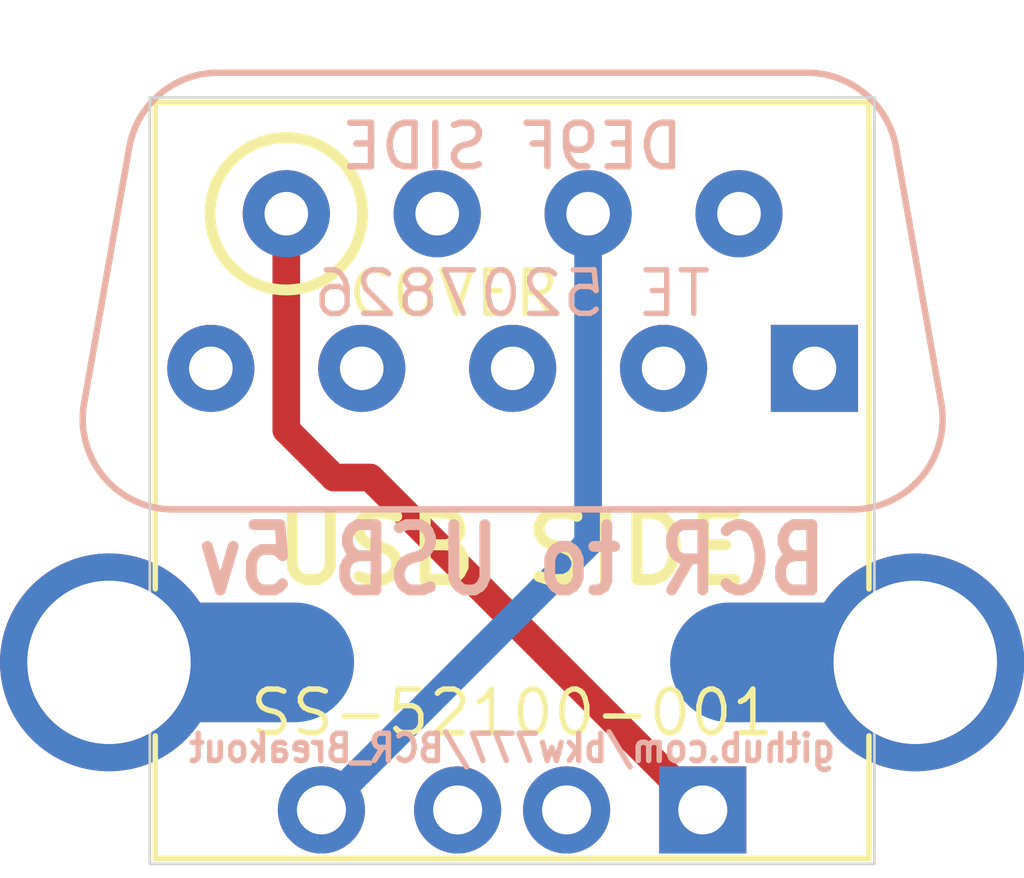
<source format=kicad_pcb>
(kicad_pcb (version 20171130) (host pcbnew 5.1.6-c6e7f7d~87~ubuntu19.10.1)

  (general
    (thickness 1.6)
    (drawings 16)
    (tracks 6)
    (zones 0)
    (modules 2)
    (nets 4)
  )

  (page A4)
  (layers
    (0 F.Cu signal)
    (31 B.Cu signal)
    (32 B.Adhes user hide)
    (33 F.Adhes user hide)
    (34 B.Paste user hide)
    (35 F.Paste user hide)
    (36 B.SilkS user)
    (37 F.SilkS user)
    (38 B.Mask user)
    (39 F.Mask user)
    (40 Dwgs.User user hide)
    (41 Cmts.User user hide)
    (42 Eco1.User user hide)
    (43 Eco2.User user hide)
    (44 Edge.Cuts user)
    (45 Margin user hide)
    (46 B.CrtYd user hide)
    (47 F.CrtYd user hide)
    (48 B.Fab user hide)
    (49 F.Fab user hide)
  )

  (setup
    (last_trace_width 0.16)
    (user_trace_width 0.5)
    (trace_clearance 0.16)
    (zone_clearance 0.508)
    (zone_45_only no)
    (trace_min 0.16)
    (via_size 0.42)
    (via_drill 0.26)
    (via_min_size 0.42)
    (via_min_drill 0.26)
    (uvia_size 0.3)
    (uvia_drill 0.1)
    (uvias_allowed no)
    (uvia_min_size 0.2)
    (uvia_min_drill 0.1)
    (edge_width 0.05)
    (segment_width 0.2)
    (pcb_text_width 0.3)
    (pcb_text_size 1.5 1.5)
    (mod_edge_width 0.1016)
    (mod_text_size 1 1)
    (mod_text_width 0.15)
    (pad_size 1.6 1.6)
    (pad_drill 0.8)
    (pad_to_mask_clearance 0)
    (aux_axis_origin 0 0)
    (grid_origin 127 95.758)
    (visible_elements FFFFFF7F)
    (pcbplotparams
      (layerselection 0x010fc_ffffffff)
      (usegerberextensions false)
      (usegerberattributes false)
      (usegerberadvancedattributes false)
      (creategerberjobfile false)
      (excludeedgelayer true)
      (linewidth 0.100000)
      (plotframeref false)
      (viasonmask false)
      (mode 1)
      (useauxorigin false)
      (hpglpennumber 1)
      (hpglpenspeed 20)
      (hpglpendiameter 15.000000)
      (psnegative false)
      (psa4output false)
      (plotreference true)
      (plotvalue true)
      (plotinvisibletext false)
      (padsonsilk false)
      (subtractmaskfromsilk false)
      (outputformat 1)
      (mirror false)
      (drillshape 1)
      (scaleselection 1)
      (outputdirectory ""))
  )

  (net 0 "")
  (net 1 /+5V)
  (net 2 /GND)
  (net 3 "Net-(CN2-PadSH)")

  (net_class Default "This is the default net class."
    (clearance 0.16)
    (trace_width 0.16)
    (via_dia 0.42)
    (via_drill 0.26)
    (uvia_dia 0.3)
    (uvia_drill 0.1)
    (add_net /+5V)
    (add_net /GND)
    (add_net "Net-(CN2-PadSH)")
  )

  (module 0_LOCAL:USB_A_Female_UE27AC54100_cut locked (layer F.Cu) (tedit 5F266A81) (tstamp 5F1645F9)
    (at 127 103.583 180)
    (path /5F0C3585)
    (fp_text reference CN2 (at 0 -0.889 180 unlocked) (layer F.SilkS) hide
      (effects (font (size 1 1) (thickness 0.15)))
    )
    (fp_text value UE27AC54100 (at 0 9.4 180) (layer F.Fab)
      (effects (font (size 1 1) (thickness 0.15)))
    )
    (fp_line (start -6.55 -3.6) (end 6.55 -3.6) (layer F.SilkS) (width 0.1))
    (fp_line (start 6.55 1.35) (end 6.55 10.28) (layer F.SilkS) (width 0.1))
    (fp_line (start -6.55 1.35) (end -6.55 10.28) (layer F.SilkS) (width 0.1))
    (fp_line (start -6.55 -3.6) (end -6.55 -1.35) (layer F.SilkS) (width 0.1))
    (fp_line (start -6.55 -3.6) (end 6.55 -3.6) (layer F.Fab) (width 0.1))
    (fp_line (start 6.55 -3.6) (end 6.55 10.28) (layer F.Fab) (width 0.1))
    (fp_line (start -6.55 -3.6) (end -6.55 10.28) (layer F.Fab) (width 0.1))
    (fp_line (start -6.55 10.28) (end 6.55 10.28) (layer F.Fab) (width 0.1))
    (fp_line (start 6.55 -3.6) (end 6.55 -1.35) (layer F.SilkS) (width 0.1))
    (fp_line (start 6.55 10.28) (end -6.55 10.28) (layer F.SilkS) (width 0.1))
    (fp_line (start -6.75 -3.94) (end 6.75 -3.94) (layer F.CrtYd) (width 0.05))
    (fp_line (start 6.75 -3.94) (end 6.75 10.375) (layer F.CrtYd) (width 0.05))
    (fp_line (start -6.75 -3.94) (end -6.75 10.375) (layer F.CrtYd) (width 0.05))
    (fp_line (start -6.75 10.375) (end 6.75 10.375) (layer F.CrtYd) (width 0.05))
    (fp_text user %R (at -0.025 0.975 180) (layer F.Fab)
      (effects (font (size 1 1) (thickness 0.15)))
    )
    (pad SH smd oval (at 6.8 0 180) (size 4.8 2.2) (drill (offset -1.5 0)) (layers B.Cu B.Paste B.Mask)
      (net 3 "Net-(CN2-PadSH)"))
    (pad SH smd oval (at -6.8 0 180) (size 4.8 2.2) (drill (offset 1.5 0)) (layers B.Cu B.Paste B.Mask)
      (net 3 "Net-(CN2-PadSH)"))
    (pad 4 thru_hole circle (at 3.5 -2.71 180) (size 1.6 1.6) (drill 0.9) (layers *.Cu *.Mask)
      (net 2 /GND))
    (pad 3 thru_hole circle (at 1 -2.71 180) (size 1.6 1.6) (drill 0.9) (layers *.Cu *.Mask))
    (pad 2 thru_hole circle (at -1 -2.71 180) (size 1.6 1.6) (drill 0.9) (layers *.Cu *.Mask))
    (pad 1 thru_hole rect (at -3.5 -2.71 180) (size 1.6 1.6) (drill 0.9) (layers *.Cu *.Mask)
      (net 1 /+5V))
    (pad SH thru_hole circle (at 7.4 0 180) (size 4 4) (drill 3) (layers *.Cu *.Mask)
      (net 3 "Net-(CN2-PadSH)"))
    (pad SH thru_hole circle (at -7.4 0 180) (size 4 4) (drill 3) (layers *.Cu *.Mask)
      (net 3 "Net-(CN2-PadSH)"))
    (model ${KIPRJMOD}/3dmodels/USB-A_female_horiz_thru.step
      (offset (xyz 0 3.5 6.9))
      (scale (xyz 1 1 1))
      (rotate (xyz 0 0 0))
    )
  )

  (module 0_LOCAL:TE-5207826_cut (layer B.Cu) (tedit 5F29F39B) (tstamp 5F10179B)
    (at 132.55 98.183)
    (descr "9-pin D-Sub connector, straight/vertical, THT-mount, female, pitch 2.77x2.84mm, distance of mounting holes 25mm, see https://disti-assets.s3.amazonaws.com/tonar/files/datasheets/16730.pdf")
    (tags "9-pin D-Sub connector straight vertical THT female pitch 2.77x2.84mm mounting holes distance 25mm")
    (path /5F0C8236)
    (fp_text reference CN1 (at -5.5372 1.7018 180) (layer B.SilkS) hide
      (effects (font (size 1 1) (thickness 0.15)) (justify mirror))
    )
    (fp_text value DB9_Female (at -5.54 -4.53 180) (layer B.Fab)
      (effects (font (size 1 1) (thickness 0.15)) (justify mirror))
    )
    (fp_line (start -6.54 -1.42) (end -4.54 -1.42) (layer Dwgs.User) (width 0.01))
    (fp_line (start -5.54 -0.82) (end -5.54 -2.02) (layer Dwgs.User) (width 0.01))
    (fp_line (start -11.783194 2.53) (end 0.703194 2.53) (layer B.Fab) (width 0.1))
    (fp_line (start -10.954457 -5.37) (end -0.125543 -5.37) (layer B.Fab) (width 0.1))
    (fp_line (start 2.278887 0.652163) (end 1.45015 -4.047837) (layer B.Fab) (width 0.1))
    (fp_line (start -13.358887 0.652163) (end -12.53015 -4.047837) (layer B.Fab) (width 0.1))
    (fp_line (start -11.771689 2.59) (end 0.691689 2.59) (layer B.SilkS) (width 0.12))
    (fp_line (start -10.942952 -5.43) (end -0.137048 -5.43) (layer B.SilkS) (width 0.12))
    (fp_line (start 2.32647 0.641744) (end 1.497733 -4.058256) (layer B.SilkS) (width 0.12))
    (fp_line (start -13.40647 0.641744) (end -12.577733 -4.058256) (layer B.SilkS) (width 0.12))
    (fp_line (start -13.95 3.91) (end -13.95 -6.74) (layer B.CrtYd) (width 0.05))
    (fp_line (start -13.95 -6.74) (end 2.9 -6.74) (layer B.CrtYd) (width 0.05))
    (fp_line (start 2.9 -6.74) (end 2.9 3.91) (layer B.CrtYd) (width 0.05))
    (fp_line (start 2.9 3.91) (end -13.95 3.91) (layer B.CrtYd) (width 0.05))
    (fp_text user %R (at -5.54 -1.42 180) (layer B.Fab)
      (effects (font (size 1 1) (thickness 0.15)) (justify mirror))
    )
    (fp_arc (start -0.137048 -3.77) (end -0.137048 -5.43) (angle 80) (layer B.SilkS) (width 0.12))
    (fp_arc (start -10.942952 -3.77) (end -10.942952 -5.43) (angle -80) (layer B.SilkS) (width 0.12))
    (fp_arc (start 0.691689 0.93) (end 0.691689 2.59) (angle -100) (layer B.SilkS) (width 0.12))
    (fp_arc (start -11.771689 0.93) (end -11.771689 2.59) (angle 100) (layer B.SilkS) (width 0.12))
    (fp_arc (start -0.125543 -3.77) (end -0.125543 -5.37) (angle 80) (layer B.Fab) (width 0.1))
    (fp_arc (start -10.954457 -3.77) (end -10.954457 -5.37) (angle -80) (layer B.Fab) (width 0.1))
    (fp_arc (start 0.703194 0.93) (end 0.703194 2.53) (angle -100) (layer B.Fab) (width 0.1))
    (fp_arc (start -11.783194 0.93) (end -11.783194 2.53) (angle 100) (layer B.Fab) (width 0.1))
    (pad 9 thru_hole circle (at -9.695 -2.84) (size 1.6 1.6) (drill 0.8) (layers *.Cu *.Mask)
      (net 1 /+5V))
    (pad 8 thru_hole circle (at -6.925 -2.84) (size 1.6 1.6) (drill 0.8) (layers *.Cu *.Mask))
    (pad 7 thru_hole circle (at -4.155 -2.84) (size 1.6 1.6) (drill 0.8) (layers *.Cu *.Mask)
      (net 2 /GND))
    (pad 6 thru_hole circle (at -1.385 -2.84) (size 1.6 1.6) (drill 0.8) (layers *.Cu *.Mask))
    (pad 5 thru_hole circle (at -11.08 0) (size 1.6 1.6) (drill 0.8) (layers *.Cu *.Mask))
    (pad 4 thru_hole circle (at -8.31 0) (size 1.6 1.6) (drill 0.8) (layers *.Cu *.Mask))
    (pad 3 thru_hole circle (at -5.54 0) (size 1.6 1.6) (drill 0.8) (layers *.Cu *.Mask))
    (pad 2 thru_hole circle (at -2.77 0) (size 1.6 1.6) (drill 0.8) (layers *.Cu *.Mask))
    (pad 1 thru_hole rect (at 0 0) (size 1.6 1.6) (drill 0.8) (layers *.Cu *.Mask))
    (model ${KIPRJMOD}/3dmodels/TE-5207826_cut.step
      (offset (xyz -5.528 -1.42 11.5))
      (scale (xyz 1 1 1))
      (rotate (xyz 0 0 0))
    )
  )

  (gr_text COVER (at 125.925 96.808) (layer F.SilkS) (tstamp 5F26800D)
    (effects (font (size 0.8 0.8) (thickness 0.1)))
  )
  (gr_circle (center 122.855 95.343) (end 124.255 95.343) (layer F.SilkS) (width 0.2))
  (gr_text "TE 5207826" (at 127 96.808) (layer B.SilkS) (tstamp 5F0FB4DF)
    (effects (font (size 0.8 0.8) (thickness 0.1)) (justify mirror))
  )
  (gr_text SS-52100-001 (at 127 104.508) (layer F.SilkS) (tstamp 5F0FB580)
    (effects (font (size 0.8 0.8) (thickness 0.1)))
  )
  (gr_text github.com/bkw777/BCR_Breakout (at 127 105.158) (layer B.SilkS) (tstamp 5F0FB320)
    (effects (font (size 0.5 0.45) (thickness 0.1)) (justify mirror))
  )
  (gr_text "BCR to USB 5v" (at 127 101.708) (layer B.SilkS) (tstamp 5F103184)
    (effects (font (size 1.2 1) (thickness 0.2)) (justify mirror))
  )
  (gr_line (start 120.35 93.208) (end 120.35 107.283) (layer Edge.Cuts) (width 0.05) (tstamp 5F0CCB85))
  (gr_line (start 133.65 93.208) (end 120.35 93.208) (layer Edge.Cuts) (width 0.05))
  (gr_line (start 133.65 107.283) (end 133.65 93.208) (layer Edge.Cuts) (width 0.05) (tstamp 5F1647DC))
  (gr_line (start 120.35 107.283) (end 133.65 107.283) (layer Edge.Cuts) (width 0.05))
  (gr_line (start 125 114.258) (end 129 114.258) (layer Dwgs.User) (width 0.0254))
  (gr_line (start 127 97.258) (end 127 114.258) (layer Dwgs.User) (width 0.0254))
  (gr_line (start 114.3 87.376) (end 139.7 104.14) (layer Dwgs.User) (width 0.0254))
  (gr_line (start 114.3 104.14) (end 139.7 87.376) (layer Dwgs.User) (width 0.0254))
  (gr_text "DE9F SIDE" (at 127 94.108) (layer B.SilkS)
    (effects (font (size 0.8 0.8) (thickness 0.12)) (justify mirror))
  )
  (gr_text "USB SIDE" (at 127 101.508) (layer F.SilkS)
    (effects (font (size 1.2192 1.2192) (thickness 0.2032)))
  )

  (segment (start 124.395 100.188) (end 130.5 106.293) (width 0.508) (layer F.Cu) (net 1))
  (segment (start 123.73 100.188) (end 124.395 100.188) (width 0.508) (layer F.Cu) (net 1))
  (segment (start 122.855 95.343) (end 122.855 99.313) (width 0.508) (layer F.Cu) (net 1))
  (segment (start 122.855 99.313) (end 123.73 100.188) (width 0.508) (layer F.Cu) (net 1))
  (segment (start 128.395 101.398) (end 128.395 95.343) (width 0.508) (layer B.Cu) (net 2))
  (segment (start 123.5 106.293) (end 128.395 101.398) (width 0.508) (layer B.Cu) (net 2))

)

</source>
